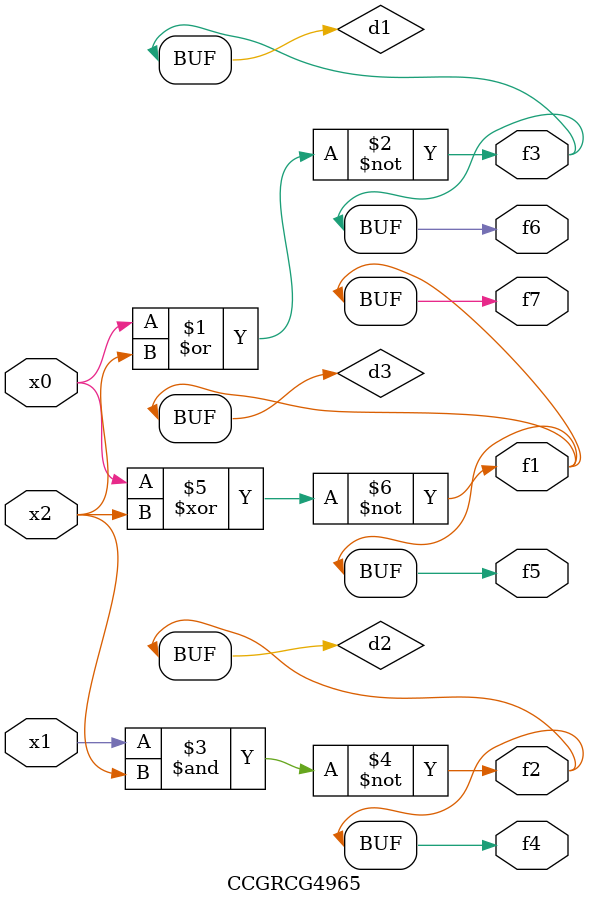
<source format=v>
module CCGRCG4965(
	input x0, x1, x2,
	output f1, f2, f3, f4, f5, f6, f7
);

	wire d1, d2, d3;

	nor (d1, x0, x2);
	nand (d2, x1, x2);
	xnor (d3, x0, x2);
	assign f1 = d3;
	assign f2 = d2;
	assign f3 = d1;
	assign f4 = d2;
	assign f5 = d3;
	assign f6 = d1;
	assign f7 = d3;
endmodule

</source>
